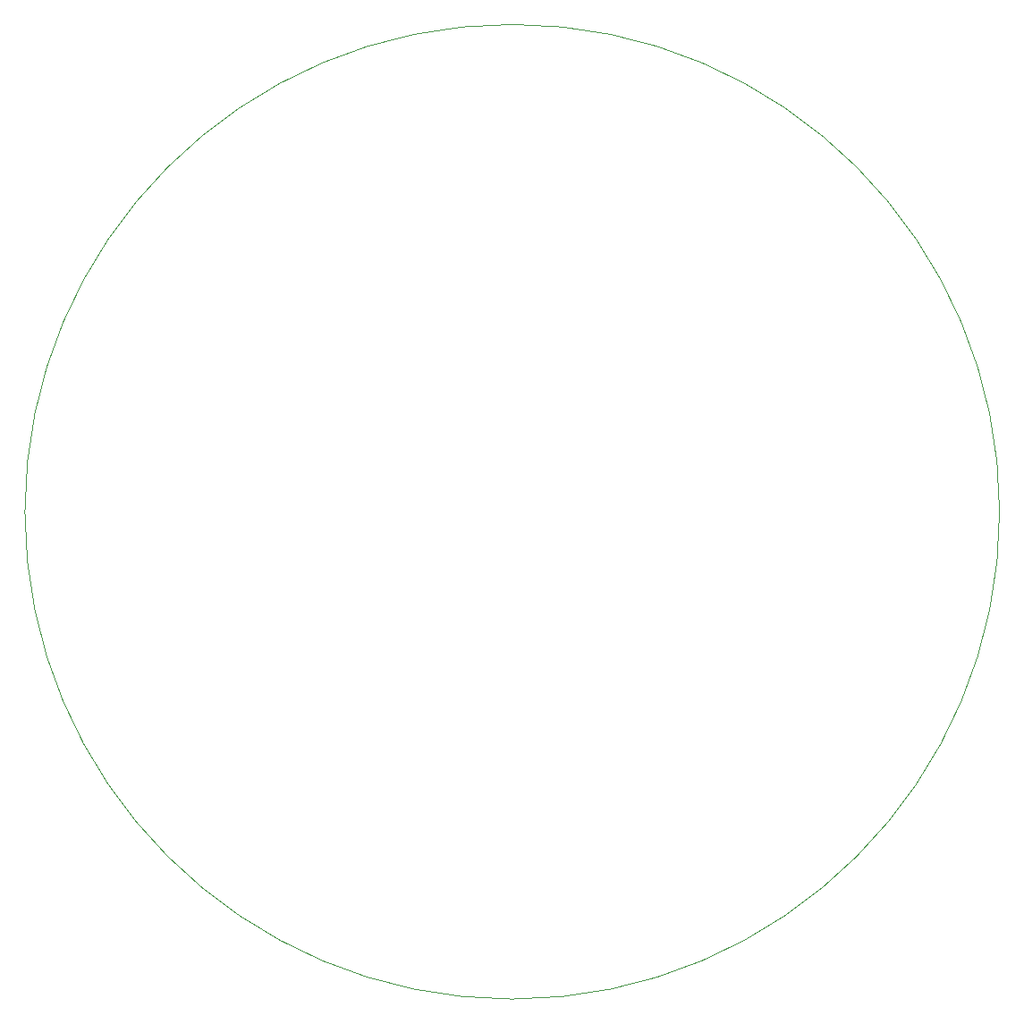
<source format=gbr>
G04 (created by PCBNEW (2013-07-07 BZR 4022)-stable) date 4/28/2015 8:48:14 PM*
%MOIN*%
G04 Gerber Fmt 3.4, Leading zero omitted, Abs format*
%FSLAX34Y34*%
G01*
G70*
G90*
G04 APERTURE LIST*
%ADD10C,0.00590551*%
%ADD11C,0.00393701*%
G04 APERTURE END LIST*
G54D10*
G54D11*
X97297Y-41496D02*
G75*
G03X97297Y-41496I-18163J0D01*
G74*
G01*
M02*

</source>
